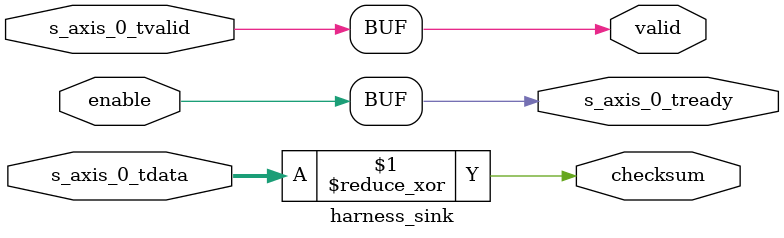
<source format=v>
`timescale 1ns / 1ps


module harness_sink #(
    parameter STREAM_WIDTH=8
)(
    input enable,
    output valid,
    output checksum,
    input [STREAM_WIDTH-1:0] s_axis_0_tdata,
    input s_axis_0_tvalid,
    output s_axis_0_tready
);

assign s_axis_0_tready = enable;

assign valid = s_axis_0_tvalid;
assign checksum = ^s_axis_0_tdata;

endmodule

</source>
